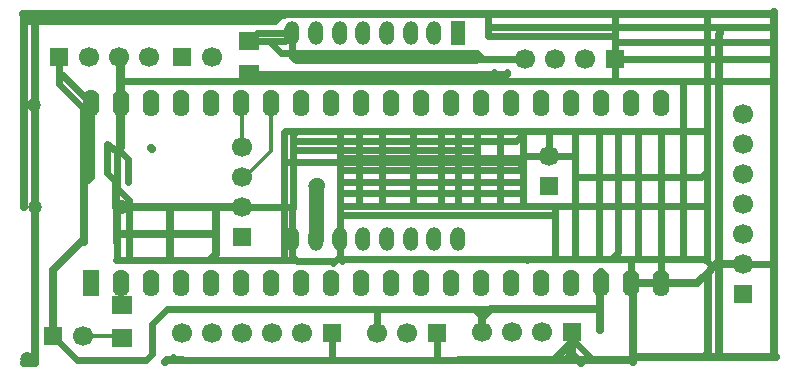
<source format=gbr>
G04 #@! TF.FileFunction,Copper,L1,Top,Signal*
%FSLAX46Y46*%
G04 Gerber Fmt 4.6, Leading zero omitted, Abs format (unit mm)*
G04 Created by KiCad (PCBNEW (2015-01-16 BZR 5376)-product) date 20/06/2015 16:12:35*
%MOMM*%
G01*
G04 APERTURE LIST*
%ADD10C,0.100000*%
%ADD11R,1.600200X1.600200*%
%ADD12C,1.699260*%
%ADD13R,1.397000X2.286000*%
%ADD14O,1.397000X2.286000*%
%ADD15R,1.803400X1.600200*%
%ADD16R,1.501140X1.501140*%
%ADD17R,1.270000X2.032000*%
%ADD18O,1.270000X2.032000*%
%ADD19C,1.198880*%
%ADD20C,0.609600*%
%ADD21C,0.635000*%
%ADD22C,0.304800*%
%ADD23C,1.270000*%
G04 APERTURE END LIST*
D10*
D11*
X137160000Y-108712000D03*
D12*
X137160000Y-106172000D03*
X137160000Y-103632000D03*
X137160000Y-101092000D03*
D11*
X168783000Y-93599000D03*
D12*
X166243000Y-93599000D03*
X163703000Y-93599000D03*
X161163000Y-93599000D03*
D11*
X165100000Y-116713000D03*
D12*
X162560000Y-116713000D03*
X160020000Y-116713000D03*
X157480000Y-116713000D03*
D13*
X124371100Y-112623600D03*
D14*
X126911100Y-112623600D03*
X129451100Y-112623600D03*
X131991100Y-112623600D03*
X134531100Y-112623600D03*
X137071100Y-112623600D03*
X139611100Y-112623600D03*
X142151100Y-112623600D03*
X144691100Y-112623600D03*
X147231100Y-112623600D03*
X149771100Y-112623600D03*
X152311100Y-112623600D03*
X154851100Y-112623600D03*
X157391100Y-112623600D03*
X159931100Y-112623600D03*
X162471100Y-112623600D03*
X165011100Y-112623600D03*
X167551100Y-112623600D03*
X170091100Y-112623600D03*
X172631100Y-112623600D03*
X172631100Y-97383600D03*
X170091100Y-97383600D03*
X167551100Y-97383600D03*
X165011100Y-97383600D03*
X162471100Y-97383600D03*
X159931100Y-97383600D03*
X157391100Y-97383600D03*
X154851100Y-97383600D03*
X152311100Y-97383600D03*
X149771100Y-97383600D03*
X147231100Y-97383600D03*
X144691100Y-97383600D03*
X142151100Y-97383600D03*
X139611100Y-97383600D03*
X137071100Y-97383600D03*
X134531100Y-97383600D03*
X131991100Y-97383600D03*
X129451100Y-97383600D03*
X126911100Y-97383600D03*
X124371100Y-97383600D03*
D15*
X137795000Y-92075000D03*
X137795000Y-94869000D03*
D16*
X121158000Y-117094000D03*
D12*
X123698000Y-117094000D03*
D16*
X144780000Y-116840000D03*
D12*
X142240000Y-116840000D03*
X139700000Y-116840000D03*
X137160000Y-116840000D03*
X134620000Y-116840000D03*
X132080000Y-116840000D03*
D15*
X127000000Y-117221000D03*
X127000000Y-114427000D03*
D16*
X179578000Y-113538000D03*
D12*
X179578000Y-110998000D03*
X179578000Y-108458000D03*
X179578000Y-105918000D03*
X179578000Y-103378000D03*
X179578000Y-100838000D03*
X179578000Y-98298000D03*
D16*
X132080000Y-93472000D03*
D12*
X134620000Y-93472000D03*
D11*
X121666000Y-93472000D03*
D12*
X124206000Y-93472000D03*
X126746000Y-93472000D03*
X129286000Y-93472000D03*
D17*
X155448000Y-91440000D03*
D18*
X153449020Y-91440000D03*
X151450040Y-91440000D03*
X149448520Y-91440000D03*
X147449540Y-91440000D03*
X145448020Y-91440000D03*
X143449040Y-91440000D03*
X141450060Y-91440000D03*
X141450060Y-108889800D03*
X143449040Y-108889800D03*
X145448020Y-108889800D03*
X147449540Y-108889800D03*
X149448520Y-108889800D03*
X151450040Y-108889800D03*
X153449020Y-108889800D03*
X155448000Y-108889800D03*
D19*
X119634000Y-106172000D03*
D16*
X153670000Y-116840000D03*
D12*
X151130000Y-116840000D03*
X148590000Y-116840000D03*
D16*
X163195000Y-104394000D03*
D12*
X163195000Y-101854000D03*
D19*
X143319500Y-104330500D03*
X118999000Y-118999000D03*
X119570500Y-97536000D03*
X127000000Y-106108500D03*
D20*
X129451100Y-101130100D02*
X129540000Y-101219000D01*
X129451100Y-101130100D02*
X129540000Y-101219000D01*
D21*
X129451100Y-101130100D02*
X129540000Y-101219000D01*
D20*
X137414000Y-108458000D02*
X137160000Y-108712000D01*
D21*
X179324000Y-108712000D02*
X179578000Y-108458000D01*
D20*
X129286000Y-97218500D02*
X129451100Y-97383600D01*
X145448020Y-106807000D02*
X163703000Y-106807000D01*
X140716000Y-102362000D02*
X160591500Y-102362000D01*
X160591500Y-102362000D02*
X161000000Y-102770500D01*
X140716000Y-110617000D02*
X140716000Y-102362000D01*
X140716000Y-102362000D02*
X140716000Y-99758500D01*
X140779500Y-99695000D02*
X141859000Y-99695000D01*
X140716000Y-99758500D02*
X140779500Y-99695000D01*
X163195000Y-101854000D02*
X165354000Y-101854000D01*
X163195000Y-101854000D02*
X163195000Y-99695000D01*
X163195000Y-101854000D02*
X161146000Y-101854000D01*
X161146000Y-101854000D02*
X161000000Y-102000000D01*
X153670000Y-116840000D02*
X153670000Y-119126000D01*
X141478000Y-100584000D02*
X160416000Y-100584000D01*
X161000000Y-100000000D02*
X161000000Y-102000000D01*
X160416000Y-100584000D02*
X161000000Y-100000000D01*
X147066000Y-99695000D02*
X147066000Y-106045000D01*
X155448000Y-99695000D02*
X155448000Y-106045000D01*
X163703000Y-106045000D02*
X163703000Y-106807000D01*
X163703000Y-106807000D02*
X163703000Y-110523020D01*
D21*
X177546000Y-118872000D02*
X177546000Y-91567000D01*
X177546000Y-91567000D02*
X177673000Y-91440000D01*
X131064000Y-106172000D02*
X131064000Y-110617000D01*
D20*
X165354000Y-103632000D02*
X176022000Y-103632000D01*
X176022000Y-103632000D02*
X176530000Y-103124000D01*
D21*
X118745000Y-90424000D02*
X139954000Y-90424000D01*
X140716000Y-89916000D02*
X140716000Y-89789000D01*
X140462000Y-89916000D02*
X140716000Y-89916000D01*
X139954000Y-90424000D02*
X140462000Y-89916000D01*
X119634000Y-89789000D02*
X119634000Y-119380000D01*
X119634000Y-119380000D02*
X118745000Y-119380000D01*
X135001000Y-108458000D02*
X126619000Y-108458000D01*
D20*
X174498000Y-99568000D02*
X174498000Y-110523020D01*
X170688000Y-99695000D02*
X170688000Y-110523020D01*
X167386000Y-99695000D02*
X167386000Y-110523020D01*
X168783000Y-93599000D02*
X182245000Y-93599000D01*
X157988000Y-90932000D02*
X182245000Y-90932000D01*
X168783000Y-91694000D02*
X157988000Y-91694000D01*
X157988000Y-91694000D02*
X157988000Y-90932000D01*
X157988000Y-90932000D02*
X157988000Y-89789000D01*
X159000000Y-99695000D02*
X159000000Y-106045000D01*
X154000000Y-99695000D02*
X154000000Y-106045000D01*
X149000000Y-99695000D02*
X149000000Y-106045000D01*
X145448020Y-102000000D02*
X161000000Y-102000000D01*
X161000000Y-105000000D02*
X161000000Y-106045000D01*
X145448020Y-105000000D02*
X161000000Y-105000000D01*
X161000000Y-105000000D02*
X161000000Y-104000000D01*
X145448020Y-104000000D02*
X161000000Y-104000000D01*
X161000000Y-104000000D02*
X161000000Y-102770500D01*
X161000000Y-102770500D02*
X161000000Y-103000000D01*
X145448020Y-103000000D02*
X161000000Y-103000000D01*
X161000000Y-103000000D02*
X161000000Y-102000000D01*
X168783000Y-92202000D02*
X182245000Y-92202000D01*
X145448020Y-106332020D02*
X145448020Y-105000000D01*
X145448020Y-105000000D02*
X145448020Y-104000000D01*
X145448020Y-104000000D02*
X145448020Y-103000000D01*
X145448020Y-103000000D02*
X145448020Y-102000000D01*
X145448020Y-102000000D02*
X145448020Y-99695000D01*
X151638000Y-99695000D02*
X151638000Y-106045000D01*
X157099000Y-101346000D02*
X157099000Y-105791000D01*
X157099000Y-105791000D02*
X157353000Y-106045000D01*
D21*
X126619000Y-106299000D02*
X126746000Y-106299000D01*
X126873000Y-106172000D02*
X126746000Y-106299000D01*
D20*
X179578000Y-110998000D02*
X182245000Y-110998000D01*
X168783000Y-93599000D02*
X168783000Y-92202000D01*
X168783000Y-92202000D02*
X168783000Y-91694000D01*
X168783000Y-91694000D02*
X168783000Y-89789000D01*
X182245000Y-95504000D02*
X176784000Y-95504000D01*
X176784000Y-95504000D02*
X176530000Y-95504000D01*
X176530000Y-95631000D02*
X176530000Y-89789000D01*
X118745000Y-97536000D02*
X118745000Y-96393000D01*
D21*
X176276000Y-118872000D02*
X177546000Y-118872000D01*
X177546000Y-118872000D02*
X182372000Y-118872000D01*
X182372000Y-118872000D02*
X182245000Y-118745000D01*
X182245000Y-118745000D02*
X182245000Y-110998000D01*
X182118000Y-89789000D02*
X176530000Y-89789000D01*
X182245000Y-89662000D02*
X182118000Y-89789000D01*
X182245000Y-90932000D02*
X182245000Y-89662000D01*
X182245000Y-92202000D02*
X182245000Y-90932000D01*
X182245000Y-110998000D02*
X182245000Y-95504000D01*
X182245000Y-95504000D02*
X182245000Y-93599000D01*
X182245000Y-93599000D02*
X182245000Y-92202000D01*
X176530000Y-89789000D02*
X168783000Y-89789000D01*
X168783000Y-89789000D02*
X157988000Y-89789000D01*
X157988000Y-89789000D02*
X140716000Y-89789000D01*
X140716000Y-89789000D02*
X119634000Y-89789000D01*
X119634000Y-89789000D02*
X118618000Y-89789000D01*
X118745000Y-89916000D02*
X118745000Y-90424000D01*
X118745000Y-90424000D02*
X118745000Y-96393000D01*
X118618000Y-89789000D02*
X118745000Y-89916000D01*
X130810000Y-119126000D02*
X132080000Y-119126000D01*
X130683000Y-119253000D02*
X130810000Y-119126000D01*
X118745000Y-96393000D02*
X118745000Y-106172000D01*
D20*
X145034000Y-119126000D02*
X132080000Y-119126000D01*
X132080000Y-119126000D02*
X131572000Y-119126000D01*
X131572000Y-119126000D02*
X131318000Y-118872000D01*
X155575000Y-119126000D02*
X155194000Y-119126000D01*
X155194000Y-119126000D02*
X153670000Y-119126000D01*
D21*
X155575000Y-119126000D02*
X163576000Y-119126000D01*
D20*
X153670000Y-119126000D02*
X145034000Y-119126000D01*
X145034000Y-119126000D02*
X144780000Y-119126000D01*
X144780000Y-119126000D02*
X144780000Y-116840000D01*
X172631100Y-112623600D02*
X172631100Y-99695000D01*
X165354000Y-99695000D02*
X165354000Y-101854000D01*
X165354000Y-101854000D02*
X165354000Y-103632000D01*
X165354000Y-103632000D02*
X165354000Y-110523020D01*
X165100000Y-116713000D02*
X165100000Y-117348000D01*
X165100000Y-117348000D02*
X166878000Y-119126000D01*
D21*
X163576000Y-119126000D02*
X165608000Y-119126000D01*
X165608000Y-119126000D02*
X165862000Y-119380000D01*
X165862000Y-119380000D02*
X165862000Y-119126000D01*
X176593500Y-111696500D02*
X176593500Y-118554500D01*
X176276000Y-118872000D02*
X170307000Y-118872000D01*
X176593500Y-118554500D02*
X176276000Y-118872000D01*
D20*
X168783000Y-93599000D02*
X168783000Y-95504000D01*
X126746000Y-101219000D02*
X126746000Y-93472000D01*
X126619000Y-104140000D02*
X126619000Y-104521000D01*
X126619000Y-104521000D02*
X127635000Y-105537000D01*
X127635000Y-105537000D02*
X127635000Y-110617000D01*
X126746000Y-101219000D02*
X126746000Y-101600000D01*
X126746000Y-101600000D02*
X125730000Y-100838000D01*
X125730000Y-103251000D02*
X126619000Y-104140000D01*
X125730000Y-100838000D02*
X125730000Y-103251000D01*
X126746000Y-101219000D02*
X126746000Y-101346000D01*
X126746000Y-101346000D02*
X127508000Y-102108000D01*
X127508000Y-102108000D02*
X127508000Y-104013000D01*
X158369000Y-94869000D02*
X159512000Y-94869000D01*
X159639000Y-94742000D02*
X159639000Y-94869000D01*
X159512000Y-94869000D02*
X159639000Y-94742000D01*
X137795000Y-94869000D02*
X158369000Y-94869000D01*
X158369000Y-94869000D02*
X158496000Y-94742000D01*
D21*
X135001000Y-106172000D02*
X135001000Y-108458000D01*
X135001000Y-108458000D02*
X135001000Y-110109000D01*
X135001000Y-110109000D02*
X134493000Y-110617000D01*
D20*
X141732000Y-110617000D02*
X140716000Y-110617000D01*
X140716000Y-110617000D02*
X134493000Y-110617000D01*
X134493000Y-110617000D02*
X131064000Y-110617000D01*
X131064000Y-110617000D02*
X127635000Y-110617000D01*
X127635000Y-110617000D02*
X126492000Y-110617000D01*
D21*
X126619000Y-108458000D02*
X126619000Y-109093000D01*
D20*
X126619000Y-110490000D02*
X126619000Y-109093000D01*
X126492000Y-110617000D02*
X126619000Y-110490000D01*
D21*
X126619000Y-106299000D02*
X126619000Y-108458000D01*
X126619000Y-106299000D02*
X126492000Y-106172000D01*
D20*
X157099000Y-99695000D02*
X157099000Y-101346000D01*
X162052000Y-106045000D02*
X163703000Y-106045000D01*
X163703000Y-106045000D02*
X176530000Y-106045000D01*
X169037000Y-99695000D02*
X169037000Y-109982000D01*
X169037000Y-109982000D02*
X168495980Y-110523020D01*
X145448020Y-108889800D02*
X145448020Y-106807000D01*
X145448020Y-106807000D02*
X145448020Y-106332020D01*
X145735040Y-106045000D02*
X147066000Y-106045000D01*
X145448020Y-106332020D02*
X145735040Y-106045000D01*
X147066000Y-106045000D02*
X149000000Y-106045000D01*
X149000000Y-106045000D02*
X151638000Y-106045000D01*
X151638000Y-106045000D02*
X154000000Y-106045000D01*
X154000000Y-106045000D02*
X155448000Y-106045000D01*
X155448000Y-106045000D02*
X157353000Y-106045000D01*
X157353000Y-106045000D02*
X159000000Y-106045000D01*
X159000000Y-106045000D02*
X159766000Y-106045000D01*
X159766000Y-106045000D02*
X161000000Y-106045000D01*
X161000000Y-106045000D02*
X162052000Y-106045000D01*
X174498000Y-95504000D02*
X174498000Y-99568000D01*
X174498000Y-99568000D02*
X174498000Y-99695000D01*
X141478000Y-101473000D02*
X141478000Y-100584000D01*
X141478000Y-100584000D02*
X141478000Y-100076000D01*
X141478000Y-100076000D02*
X141859000Y-99695000D01*
X141859000Y-99695000D02*
X145448020Y-99695000D01*
X145448020Y-99695000D02*
X147066000Y-99695000D01*
X147066000Y-99695000D02*
X149000000Y-99695000D01*
X149000000Y-99695000D02*
X151638000Y-99695000D01*
X151638000Y-99695000D02*
X154000000Y-99695000D01*
X154000000Y-99695000D02*
X155448000Y-99695000D01*
X155448000Y-99695000D02*
X157099000Y-99695000D01*
X157099000Y-99695000D02*
X159000000Y-99695000D01*
X159000000Y-99695000D02*
X161925000Y-99695000D01*
X161925000Y-99695000D02*
X163195000Y-99695000D01*
X163195000Y-99695000D02*
X165354000Y-99695000D01*
X165354000Y-99695000D02*
X167386000Y-99695000D01*
X167386000Y-99695000D02*
X169037000Y-99695000D01*
X169037000Y-99695000D02*
X170688000Y-99695000D01*
X170688000Y-99695000D02*
X172631100Y-99695000D01*
X172631100Y-99695000D02*
X174498000Y-99695000D01*
X174498000Y-99695000D02*
X176530000Y-99695000D01*
X160909000Y-110523020D02*
X162052000Y-110523020D01*
X162052000Y-110523020D02*
X163703000Y-110523020D01*
X163703000Y-110523020D02*
X165354000Y-110523020D01*
X165354000Y-110523020D02*
X167386000Y-110523020D01*
X167386000Y-110523020D02*
X168495980Y-110523020D01*
X168495980Y-110523020D02*
X170688000Y-110523020D01*
X170688000Y-110523020D02*
X174498000Y-110523020D01*
X174498000Y-110523020D02*
X176309020Y-110523020D01*
X176309020Y-110523020D02*
X176530000Y-110744000D01*
X170091100Y-112623600D02*
X170091100Y-110578900D01*
X170091100Y-110578900D02*
X170053000Y-110617000D01*
X145448020Y-110523020D02*
X156811980Y-110523020D01*
X156811980Y-110523020D02*
X159766000Y-110523020D01*
X159766000Y-110523020D02*
X160909000Y-110523020D01*
X160909000Y-110523020D02*
X161196020Y-110523020D01*
X161196020Y-110523020D02*
X161290000Y-110617000D01*
X145448020Y-110523020D02*
X145254980Y-110523020D01*
X141450060Y-110335060D02*
X141732000Y-110617000D01*
X141732000Y-110617000D02*
X141859000Y-110744000D01*
X141859000Y-110744000D02*
X144780000Y-110744000D01*
X144780000Y-110744000D02*
X144907000Y-110871000D01*
X141450060Y-110335060D02*
X141450060Y-108889800D01*
X145254980Y-110523020D02*
X144907000Y-110871000D01*
X145448020Y-108889800D02*
X145448020Y-110523020D01*
X145448020Y-110523020D02*
X145669000Y-110744000D01*
X176530000Y-101346000D02*
X176530000Y-103124000D01*
X176530000Y-103124000D02*
X176530000Y-106045000D01*
X176530000Y-106045000D02*
X176530000Y-108077000D01*
X176530000Y-108077000D02*
X176530000Y-110744000D01*
X176530000Y-110744000D02*
X177038000Y-111252000D01*
X176530000Y-95504000D02*
X176530000Y-95631000D01*
X176530000Y-95631000D02*
X176530000Y-99695000D01*
X176530000Y-99695000D02*
X176530000Y-101346000D01*
X159004000Y-95504000D02*
X168783000Y-95504000D01*
X168783000Y-95504000D02*
X174498000Y-95504000D01*
X174498000Y-95504000D02*
X176530000Y-95504000D01*
X126911100Y-95504000D02*
X159004000Y-95504000D01*
X159004000Y-95504000D02*
X159639000Y-94869000D01*
X141478000Y-106199940D02*
X141478000Y-101473000D01*
X141478000Y-101473000D02*
X141478000Y-101346000D01*
X141478000Y-101346000D02*
X157099000Y-101346000D01*
X141478000Y-106199940D02*
X141450060Y-106199940D01*
X141450060Y-108889800D02*
X141450060Y-106199940D01*
X141422120Y-106172000D02*
X137160000Y-106172000D01*
X141450060Y-106199940D02*
X141422120Y-106172000D01*
X126911100Y-97383600D02*
X126911100Y-95504000D01*
X126911100Y-95504000D02*
X126911100Y-93637100D01*
X126911100Y-93637100D02*
X126746000Y-93472000D01*
X126619000Y-104140000D02*
X126619000Y-101346000D01*
X126619000Y-101346000D02*
X126746000Y-101219000D01*
D21*
X126911100Y-97383600D02*
X126911100Y-101053900D01*
X126911100Y-101053900D02*
X126746000Y-101219000D01*
X126492000Y-106172000D02*
X126492000Y-104267000D01*
X126492000Y-104267000D02*
X126619000Y-104140000D01*
X137160000Y-106172000D02*
X135001000Y-106172000D01*
X135001000Y-106172000D02*
X131064000Y-106172000D01*
X131064000Y-106172000D02*
X126492000Y-106172000D01*
X165100000Y-116713000D02*
X165100000Y-118618000D01*
X165100000Y-118618000D02*
X164846000Y-118872000D01*
X170307000Y-116586000D02*
X170307000Y-118872000D01*
X170307000Y-118872000D02*
X170307000Y-119253000D01*
X170307000Y-119253000D02*
X170180000Y-119126000D01*
X170180000Y-119126000D02*
X166878000Y-119126000D01*
X166878000Y-119126000D02*
X165862000Y-119126000D01*
X165862000Y-119126000D02*
X165608000Y-119126000D01*
X165608000Y-119126000D02*
X164592000Y-118110000D01*
X163576000Y-119126000D02*
X164592000Y-118110000D01*
X164592000Y-118110000D02*
X165100000Y-117602000D01*
X172631100Y-112623600D02*
X175666400Y-112623600D01*
X175666400Y-112623600D02*
X176593500Y-111696500D01*
X176593500Y-111696500D02*
X177038000Y-111252000D01*
X177292000Y-110998000D02*
X179578000Y-110998000D01*
X177038000Y-111252000D02*
X177292000Y-110998000D01*
X170307000Y-116586000D02*
X170307000Y-112839500D01*
X170307000Y-112839500D02*
X170091100Y-112623600D01*
X170091100Y-112623600D02*
X172631100Y-112623600D01*
D22*
X137160000Y-103632000D02*
X137414000Y-103632000D01*
X137414000Y-103632000D02*
X139611100Y-101434900D01*
X139611100Y-101434900D02*
X139611100Y-97383600D01*
X137160000Y-101092000D02*
X137160000Y-97472500D01*
X137160000Y-97472500D02*
X137071100Y-97383600D01*
X157480000Y-97294700D02*
X157391100Y-97383600D01*
X160020000Y-97294700D02*
X159931100Y-97383600D01*
D20*
X148590000Y-116840000D02*
X148590000Y-114808000D01*
X141450060Y-91440000D02*
X138430000Y-91440000D01*
X138430000Y-91440000D02*
X137795000Y-92075000D01*
X137795000Y-92075000D02*
X140815060Y-92075000D01*
X140815060Y-92075000D02*
X141450060Y-91440000D01*
X157480000Y-116713000D02*
X157480000Y-115443000D01*
X157480000Y-115443000D02*
X156845000Y-114808000D01*
X161163000Y-93599000D02*
X157099000Y-93599000D01*
X157099000Y-93599000D02*
X156972000Y-93726000D01*
X121666000Y-94678500D02*
X121666000Y-95758000D01*
X121666000Y-95758000D02*
X123698000Y-97790000D01*
X123698000Y-97790000D02*
X123698000Y-104013000D01*
X123698000Y-104013000D02*
X123825000Y-104140000D01*
X141224000Y-93091000D02*
X157099000Y-93091000D01*
X157099000Y-93091000D02*
X157353000Y-93345000D01*
X141450060Y-93091000D02*
X141224000Y-93091000D01*
X141224000Y-93091000D02*
X140462000Y-93091000D01*
X139446000Y-92075000D02*
X137795000Y-92075000D01*
X140462000Y-93091000D02*
X139446000Y-92075000D01*
X141450060Y-91440000D02*
X141450060Y-93091000D01*
X141450060Y-93091000D02*
X141450060Y-93444060D01*
X141450060Y-93444060D02*
X141732000Y-93726000D01*
X141732000Y-93726000D02*
X156972000Y-93726000D01*
X156972000Y-93726000D02*
X157353000Y-93345000D01*
X121666000Y-93472000D02*
X121666000Y-94678500D01*
X158242000Y-114808000D02*
X156845000Y-114808000D01*
X156845000Y-114808000D02*
X148590000Y-114808000D01*
X148590000Y-114808000D02*
X130810000Y-114808000D01*
X130810000Y-114808000D02*
X129540000Y-116078000D01*
X129540000Y-116078000D02*
X129540000Y-118618000D01*
X129540000Y-118618000D02*
X129032000Y-119126000D01*
X129032000Y-119126000D02*
X123190000Y-119126000D01*
X123190000Y-119126000D02*
X121158000Y-117094000D01*
D21*
X157353000Y-116840000D02*
X157480000Y-116713000D01*
X167551100Y-112623600D02*
X167551100Y-111671100D01*
X123825000Y-109093000D02*
X123571000Y-109093000D01*
X123571000Y-109093000D02*
X121158000Y-111506000D01*
X121158000Y-111506000D02*
X121158000Y-117094000D01*
X123825000Y-109093000D02*
X123825000Y-104140000D01*
X124371100Y-101600000D02*
X124371100Y-103593900D01*
X124371100Y-97383600D02*
X124371100Y-101600000D01*
X124371100Y-103593900D02*
X123825000Y-104140000D01*
X157480000Y-116713000D02*
X157480000Y-115570000D01*
X158242000Y-114808000D02*
X167513000Y-114808000D01*
X157480000Y-115570000D02*
X158242000Y-114808000D01*
X167513000Y-116586000D02*
X167513000Y-114808000D01*
X167513000Y-114808000D02*
X167513000Y-112661700D01*
X167513000Y-112661700D02*
X167551100Y-112623600D01*
D20*
X121666000Y-94678500D02*
X124371100Y-97383600D01*
D22*
X162560000Y-112712500D02*
X162471100Y-112623600D01*
X160020000Y-112712500D02*
X159931100Y-112623600D01*
X134620000Y-112712500D02*
X134531100Y-112623600D01*
X137160000Y-112712500D02*
X137071100Y-112623600D01*
X139700000Y-112712500D02*
X139611100Y-112623600D01*
X142240000Y-112712500D02*
X142151100Y-112623600D01*
X167551100Y-97383600D02*
X167551100Y-97447100D01*
X134620000Y-97294700D02*
X134531100Y-97383600D01*
X131991100Y-93560900D02*
X132080000Y-93472000D01*
X123698000Y-117094000D02*
X126873000Y-117094000D01*
X126873000Y-117094000D02*
X127000000Y-116967000D01*
D23*
X143449040Y-104327960D02*
X143449040Y-108889800D01*
X143510000Y-104267000D02*
X143449040Y-104327960D01*
M02*

</source>
